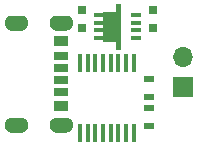
<source format=gts>
G04 #@! TF.GenerationSoftware,KiCad,Pcbnew,(5.1.10)-1*
G04 #@! TF.CreationDate,2021-08-01T16:11:52+09:00*
G04 #@! TF.ProjectId,IP2721_15V,49503237-3231-45f3-9135-562e6b696361,rev?*
G04 #@! TF.SameCoordinates,Original*
G04 #@! TF.FileFunction,Soldermask,Top*
G04 #@! TF.FilePolarity,Negative*
%FSLAX46Y46*%
G04 Gerber Fmt 4.6, Leading zero omitted, Abs format (unit mm)*
G04 Created by KiCad (PCBNEW (5.1.10)-1) date 2021-08-01 16:11:52*
%MOMM*%
%LPD*%
G01*
G04 APERTURE LIST*
%ADD10C,0.010000*%
%ADD11C,0.100000*%
%ADD12R,0.750000X0.800000*%
%ADD13R,1.150000X0.700000*%
%ADD14R,1.150000X0.800000*%
%ADD15R,1.150000X0.900000*%
%ADD16O,1.700000X1.700000*%
%ADD17R,1.700000X1.700000*%
%ADD18R,0.900000X0.500000*%
%ADD19R,0.863600X0.304800*%
%ADD20R,0.450000X1.500000*%
G04 APERTURE END LIST*
D10*
G36*
X137900000Y-75680000D02*
G01*
X137890000Y-75680000D01*
X137890000Y-76280000D01*
X137550000Y-76280000D01*
X137518598Y-76279178D01*
X137487283Y-76276713D01*
X137456139Y-76272613D01*
X137425253Y-76266889D01*
X137394709Y-76259555D01*
X137364590Y-76250634D01*
X137334979Y-76240148D01*
X137305958Y-76228127D01*
X137277606Y-76214604D01*
X137250000Y-76199615D01*
X137223217Y-76183202D01*
X137197329Y-76165410D01*
X137172408Y-76146288D01*
X137148522Y-76125887D01*
X137125736Y-76104264D01*
X137104113Y-76081478D01*
X137083712Y-76057592D01*
X137064590Y-76032671D01*
X137046798Y-76006783D01*
X137030385Y-75980000D01*
X137015396Y-75952394D01*
X137001873Y-75924042D01*
X136989852Y-75895021D01*
X136979366Y-75865410D01*
X136970445Y-75835291D01*
X136963111Y-75804747D01*
X136957387Y-75773861D01*
X136953287Y-75742717D01*
X136950822Y-75711402D01*
X136950000Y-75680000D01*
X136950822Y-75648598D01*
X136953287Y-75617283D01*
X136957387Y-75586139D01*
X136963111Y-75555253D01*
X136970445Y-75524709D01*
X136979366Y-75494590D01*
X136989852Y-75464979D01*
X137001873Y-75435958D01*
X137015396Y-75407606D01*
X137030385Y-75380000D01*
X137046798Y-75353217D01*
X137064590Y-75327329D01*
X137083712Y-75302408D01*
X137104113Y-75278522D01*
X137125736Y-75255736D01*
X137148522Y-75234113D01*
X137172408Y-75213712D01*
X137197329Y-75194590D01*
X137223217Y-75176798D01*
X137250000Y-75160385D01*
X137277606Y-75145396D01*
X137305958Y-75131873D01*
X137334979Y-75119852D01*
X137364590Y-75109366D01*
X137394709Y-75100445D01*
X137425253Y-75093111D01*
X137456139Y-75087387D01*
X137487283Y-75083287D01*
X137518598Y-75080822D01*
X137550000Y-75080000D01*
X138250000Y-75080000D01*
X138281402Y-75080822D01*
X138312717Y-75083287D01*
X138343861Y-75087387D01*
X138374747Y-75093111D01*
X138405291Y-75100445D01*
X138435410Y-75109366D01*
X138465021Y-75119852D01*
X138494042Y-75131873D01*
X138522394Y-75145396D01*
X138550000Y-75160385D01*
X138576783Y-75176798D01*
X138602671Y-75194590D01*
X138627592Y-75213712D01*
X138651478Y-75234113D01*
X138674264Y-75255736D01*
X138695887Y-75278522D01*
X138716288Y-75302408D01*
X138735410Y-75327329D01*
X138753202Y-75353217D01*
X138769615Y-75380000D01*
X138784604Y-75407606D01*
X138798127Y-75435958D01*
X138810148Y-75464979D01*
X138820634Y-75494590D01*
X138829555Y-75524709D01*
X138836889Y-75555253D01*
X138842613Y-75586139D01*
X138846713Y-75617283D01*
X138849178Y-75648598D01*
X138850000Y-75680000D01*
X138849178Y-75711402D01*
X138846713Y-75742717D01*
X138842613Y-75773861D01*
X138836889Y-75804747D01*
X138829555Y-75835291D01*
X138820634Y-75865410D01*
X138810148Y-75895021D01*
X138798127Y-75924042D01*
X138784604Y-75952394D01*
X138769615Y-75980000D01*
X138753202Y-76006783D01*
X138735410Y-76032671D01*
X138716288Y-76057592D01*
X138695887Y-76081478D01*
X138674264Y-76104264D01*
X138651478Y-76125887D01*
X138627592Y-76146288D01*
X138602671Y-76165410D01*
X138576783Y-76183202D01*
X138550000Y-76199615D01*
X138522394Y-76214604D01*
X138494042Y-76228127D01*
X138465021Y-76240148D01*
X138435410Y-76250634D01*
X138405291Y-76259555D01*
X138374747Y-76266889D01*
X138343861Y-76272613D01*
X138312717Y-76276713D01*
X138281402Y-76279178D01*
X138250000Y-76280000D01*
X137900000Y-76280000D01*
X137900000Y-75680000D01*
G37*
X137900000Y-75680000D02*
X137890000Y-75680000D01*
X137890000Y-76280000D01*
X137550000Y-76280000D01*
X137518598Y-76279178D01*
X137487283Y-76276713D01*
X137456139Y-76272613D01*
X137425253Y-76266889D01*
X137394709Y-76259555D01*
X137364590Y-76250634D01*
X137334979Y-76240148D01*
X137305958Y-76228127D01*
X137277606Y-76214604D01*
X137250000Y-76199615D01*
X137223217Y-76183202D01*
X137197329Y-76165410D01*
X137172408Y-76146288D01*
X137148522Y-76125887D01*
X137125736Y-76104264D01*
X137104113Y-76081478D01*
X137083712Y-76057592D01*
X137064590Y-76032671D01*
X137046798Y-76006783D01*
X137030385Y-75980000D01*
X137015396Y-75952394D01*
X137001873Y-75924042D01*
X136989852Y-75895021D01*
X136979366Y-75865410D01*
X136970445Y-75835291D01*
X136963111Y-75804747D01*
X136957387Y-75773861D01*
X136953287Y-75742717D01*
X136950822Y-75711402D01*
X136950000Y-75680000D01*
X136950822Y-75648598D01*
X136953287Y-75617283D01*
X136957387Y-75586139D01*
X136963111Y-75555253D01*
X136970445Y-75524709D01*
X136979366Y-75494590D01*
X136989852Y-75464979D01*
X137001873Y-75435958D01*
X137015396Y-75407606D01*
X137030385Y-75380000D01*
X137046798Y-75353217D01*
X137064590Y-75327329D01*
X137083712Y-75302408D01*
X137104113Y-75278522D01*
X137125736Y-75255736D01*
X137148522Y-75234113D01*
X137172408Y-75213712D01*
X137197329Y-75194590D01*
X137223217Y-75176798D01*
X137250000Y-75160385D01*
X137277606Y-75145396D01*
X137305958Y-75131873D01*
X137334979Y-75119852D01*
X137364590Y-75109366D01*
X137394709Y-75100445D01*
X137425253Y-75093111D01*
X137456139Y-75087387D01*
X137487283Y-75083287D01*
X137518598Y-75080822D01*
X137550000Y-75080000D01*
X138250000Y-75080000D01*
X138281402Y-75080822D01*
X138312717Y-75083287D01*
X138343861Y-75087387D01*
X138374747Y-75093111D01*
X138405291Y-75100445D01*
X138435410Y-75109366D01*
X138465021Y-75119852D01*
X138494042Y-75131873D01*
X138522394Y-75145396D01*
X138550000Y-75160385D01*
X138576783Y-75176798D01*
X138602671Y-75194590D01*
X138627592Y-75213712D01*
X138651478Y-75234113D01*
X138674264Y-75255736D01*
X138695887Y-75278522D01*
X138716288Y-75302408D01*
X138735410Y-75327329D01*
X138753202Y-75353217D01*
X138769615Y-75380000D01*
X138784604Y-75407606D01*
X138798127Y-75435958D01*
X138810148Y-75464979D01*
X138820634Y-75494590D01*
X138829555Y-75524709D01*
X138836889Y-75555253D01*
X138842613Y-75586139D01*
X138846713Y-75617283D01*
X138849178Y-75648598D01*
X138850000Y-75680000D01*
X138849178Y-75711402D01*
X138846713Y-75742717D01*
X138842613Y-75773861D01*
X138836889Y-75804747D01*
X138829555Y-75835291D01*
X138820634Y-75865410D01*
X138810148Y-75895021D01*
X138798127Y-75924042D01*
X138784604Y-75952394D01*
X138769615Y-75980000D01*
X138753202Y-76006783D01*
X138735410Y-76032671D01*
X138716288Y-76057592D01*
X138695887Y-76081478D01*
X138674264Y-76104264D01*
X138651478Y-76125887D01*
X138627592Y-76146288D01*
X138602671Y-76165410D01*
X138576783Y-76183202D01*
X138550000Y-76199615D01*
X138522394Y-76214604D01*
X138494042Y-76228127D01*
X138465021Y-76240148D01*
X138435410Y-76250634D01*
X138405291Y-76259555D01*
X138374747Y-76266889D01*
X138343861Y-76272613D01*
X138312717Y-76276713D01*
X138281402Y-76279178D01*
X138250000Y-76280000D01*
X137900000Y-76280000D01*
X137900000Y-75680000D01*
G36*
X137900000Y-84320000D02*
G01*
X137890000Y-84320000D01*
X137890000Y-84920000D01*
X137550000Y-84920000D01*
X137518598Y-84919178D01*
X137487283Y-84916713D01*
X137456139Y-84912613D01*
X137425253Y-84906889D01*
X137394709Y-84899555D01*
X137364590Y-84890634D01*
X137334979Y-84880148D01*
X137305958Y-84868127D01*
X137277606Y-84854604D01*
X137250000Y-84839615D01*
X137223217Y-84823202D01*
X137197329Y-84805410D01*
X137172408Y-84786288D01*
X137148522Y-84765887D01*
X137125736Y-84744264D01*
X137104113Y-84721478D01*
X137083712Y-84697592D01*
X137064590Y-84672671D01*
X137046798Y-84646783D01*
X137030385Y-84620000D01*
X137015396Y-84592394D01*
X137001873Y-84564042D01*
X136989852Y-84535021D01*
X136979366Y-84505410D01*
X136970445Y-84475291D01*
X136963111Y-84444747D01*
X136957387Y-84413861D01*
X136953287Y-84382717D01*
X136950822Y-84351402D01*
X136950000Y-84320000D01*
X136950822Y-84288598D01*
X136953287Y-84257283D01*
X136957387Y-84226139D01*
X136963111Y-84195253D01*
X136970445Y-84164709D01*
X136979366Y-84134590D01*
X136989852Y-84104979D01*
X137001873Y-84075958D01*
X137015396Y-84047606D01*
X137030385Y-84020000D01*
X137046798Y-83993217D01*
X137064590Y-83967329D01*
X137083712Y-83942408D01*
X137104113Y-83918522D01*
X137125736Y-83895736D01*
X137148522Y-83874113D01*
X137172408Y-83853712D01*
X137197329Y-83834590D01*
X137223217Y-83816798D01*
X137250000Y-83800385D01*
X137277606Y-83785396D01*
X137305958Y-83771873D01*
X137334979Y-83759852D01*
X137364590Y-83749366D01*
X137394709Y-83740445D01*
X137425253Y-83733111D01*
X137456139Y-83727387D01*
X137487283Y-83723287D01*
X137518598Y-83720822D01*
X137550000Y-83720000D01*
X138250000Y-83720000D01*
X138281402Y-83720822D01*
X138312717Y-83723287D01*
X138343861Y-83727387D01*
X138374747Y-83733111D01*
X138405291Y-83740445D01*
X138435410Y-83749366D01*
X138465021Y-83759852D01*
X138494042Y-83771873D01*
X138522394Y-83785396D01*
X138550000Y-83800385D01*
X138576783Y-83816798D01*
X138602671Y-83834590D01*
X138627592Y-83853712D01*
X138651478Y-83874113D01*
X138674264Y-83895736D01*
X138695887Y-83918522D01*
X138716288Y-83942408D01*
X138735410Y-83967329D01*
X138753202Y-83993217D01*
X138769615Y-84020000D01*
X138784604Y-84047606D01*
X138798127Y-84075958D01*
X138810148Y-84104979D01*
X138820634Y-84134590D01*
X138829555Y-84164709D01*
X138836889Y-84195253D01*
X138842613Y-84226139D01*
X138846713Y-84257283D01*
X138849178Y-84288598D01*
X138850000Y-84320000D01*
X138849178Y-84351402D01*
X138846713Y-84382717D01*
X138842613Y-84413861D01*
X138836889Y-84444747D01*
X138829555Y-84475291D01*
X138820634Y-84505410D01*
X138810148Y-84535021D01*
X138798127Y-84564042D01*
X138784604Y-84592394D01*
X138769615Y-84620000D01*
X138753202Y-84646783D01*
X138735410Y-84672671D01*
X138716288Y-84697592D01*
X138695887Y-84721478D01*
X138674264Y-84744264D01*
X138651478Y-84765887D01*
X138627592Y-84786288D01*
X138602671Y-84805410D01*
X138576783Y-84823202D01*
X138550000Y-84839615D01*
X138522394Y-84854604D01*
X138494042Y-84868127D01*
X138465021Y-84880148D01*
X138435410Y-84890634D01*
X138405291Y-84899555D01*
X138374747Y-84906889D01*
X138343861Y-84912613D01*
X138312717Y-84916713D01*
X138281402Y-84919178D01*
X138250000Y-84920000D01*
X137900000Y-84920000D01*
X137900000Y-84320000D01*
G37*
X137900000Y-84320000D02*
X137890000Y-84320000D01*
X137890000Y-84920000D01*
X137550000Y-84920000D01*
X137518598Y-84919178D01*
X137487283Y-84916713D01*
X137456139Y-84912613D01*
X137425253Y-84906889D01*
X137394709Y-84899555D01*
X137364590Y-84890634D01*
X137334979Y-84880148D01*
X137305958Y-84868127D01*
X137277606Y-84854604D01*
X137250000Y-84839615D01*
X137223217Y-84823202D01*
X137197329Y-84805410D01*
X137172408Y-84786288D01*
X137148522Y-84765887D01*
X137125736Y-84744264D01*
X137104113Y-84721478D01*
X137083712Y-84697592D01*
X137064590Y-84672671D01*
X137046798Y-84646783D01*
X137030385Y-84620000D01*
X137015396Y-84592394D01*
X137001873Y-84564042D01*
X136989852Y-84535021D01*
X136979366Y-84505410D01*
X136970445Y-84475291D01*
X136963111Y-84444747D01*
X136957387Y-84413861D01*
X136953287Y-84382717D01*
X136950822Y-84351402D01*
X136950000Y-84320000D01*
X136950822Y-84288598D01*
X136953287Y-84257283D01*
X136957387Y-84226139D01*
X136963111Y-84195253D01*
X136970445Y-84164709D01*
X136979366Y-84134590D01*
X136989852Y-84104979D01*
X137001873Y-84075958D01*
X137015396Y-84047606D01*
X137030385Y-84020000D01*
X137046798Y-83993217D01*
X137064590Y-83967329D01*
X137083712Y-83942408D01*
X137104113Y-83918522D01*
X137125736Y-83895736D01*
X137148522Y-83874113D01*
X137172408Y-83853712D01*
X137197329Y-83834590D01*
X137223217Y-83816798D01*
X137250000Y-83800385D01*
X137277606Y-83785396D01*
X137305958Y-83771873D01*
X137334979Y-83759852D01*
X137364590Y-83749366D01*
X137394709Y-83740445D01*
X137425253Y-83733111D01*
X137456139Y-83727387D01*
X137487283Y-83723287D01*
X137518598Y-83720822D01*
X137550000Y-83720000D01*
X138250000Y-83720000D01*
X138281402Y-83720822D01*
X138312717Y-83723287D01*
X138343861Y-83727387D01*
X138374747Y-83733111D01*
X138405291Y-83740445D01*
X138435410Y-83749366D01*
X138465021Y-83759852D01*
X138494042Y-83771873D01*
X138522394Y-83785396D01*
X138550000Y-83800385D01*
X138576783Y-83816798D01*
X138602671Y-83834590D01*
X138627592Y-83853712D01*
X138651478Y-83874113D01*
X138674264Y-83895736D01*
X138695887Y-83918522D01*
X138716288Y-83942408D01*
X138735410Y-83967329D01*
X138753202Y-83993217D01*
X138769615Y-84020000D01*
X138784604Y-84047606D01*
X138798127Y-84075958D01*
X138810148Y-84104979D01*
X138820634Y-84134590D01*
X138829555Y-84164709D01*
X138836889Y-84195253D01*
X138842613Y-84226139D01*
X138846713Y-84257283D01*
X138849178Y-84288598D01*
X138850000Y-84320000D01*
X138849178Y-84351402D01*
X138846713Y-84382717D01*
X138842613Y-84413861D01*
X138836889Y-84444747D01*
X138829555Y-84475291D01*
X138820634Y-84505410D01*
X138810148Y-84535021D01*
X138798127Y-84564042D01*
X138784604Y-84592394D01*
X138769615Y-84620000D01*
X138753202Y-84646783D01*
X138735410Y-84672671D01*
X138716288Y-84697592D01*
X138695887Y-84721478D01*
X138674264Y-84744264D01*
X138651478Y-84765887D01*
X138627592Y-84786288D01*
X138602671Y-84805410D01*
X138576783Y-84823202D01*
X138550000Y-84839615D01*
X138522394Y-84854604D01*
X138494042Y-84868127D01*
X138465021Y-84880148D01*
X138435410Y-84890634D01*
X138405291Y-84899555D01*
X138374747Y-84906889D01*
X138343861Y-84912613D01*
X138312717Y-84916713D01*
X138281402Y-84919178D01*
X138250000Y-84920000D01*
X137900000Y-84920000D01*
X137900000Y-84320000D01*
G36*
X134100000Y-75680000D02*
G01*
X134090000Y-75680000D01*
X134090000Y-76280000D01*
X133750000Y-76280000D01*
X133718598Y-76279178D01*
X133687283Y-76276713D01*
X133656139Y-76272613D01*
X133625253Y-76266889D01*
X133594709Y-76259555D01*
X133564590Y-76250634D01*
X133534979Y-76240148D01*
X133505958Y-76228127D01*
X133477606Y-76214604D01*
X133450000Y-76199615D01*
X133423217Y-76183202D01*
X133397329Y-76165410D01*
X133372408Y-76146288D01*
X133348522Y-76125887D01*
X133325736Y-76104264D01*
X133304113Y-76081478D01*
X133283712Y-76057592D01*
X133264590Y-76032671D01*
X133246798Y-76006783D01*
X133230385Y-75980000D01*
X133215396Y-75952394D01*
X133201873Y-75924042D01*
X133189852Y-75895021D01*
X133179366Y-75865410D01*
X133170445Y-75835291D01*
X133163111Y-75804747D01*
X133157387Y-75773861D01*
X133153287Y-75742717D01*
X133150822Y-75711402D01*
X133150000Y-75680000D01*
X133150822Y-75648598D01*
X133153287Y-75617283D01*
X133157387Y-75586139D01*
X133163111Y-75555253D01*
X133170445Y-75524709D01*
X133179366Y-75494590D01*
X133189852Y-75464979D01*
X133201873Y-75435958D01*
X133215396Y-75407606D01*
X133230385Y-75380000D01*
X133246798Y-75353217D01*
X133264590Y-75327329D01*
X133283712Y-75302408D01*
X133304113Y-75278522D01*
X133325736Y-75255736D01*
X133348522Y-75234113D01*
X133372408Y-75213712D01*
X133397329Y-75194590D01*
X133423217Y-75176798D01*
X133450000Y-75160385D01*
X133477606Y-75145396D01*
X133505958Y-75131873D01*
X133534979Y-75119852D01*
X133564590Y-75109366D01*
X133594709Y-75100445D01*
X133625253Y-75093111D01*
X133656139Y-75087387D01*
X133687283Y-75083287D01*
X133718598Y-75080822D01*
X133750000Y-75080000D01*
X134450000Y-75080000D01*
X134481402Y-75080822D01*
X134512717Y-75083287D01*
X134543861Y-75087387D01*
X134574747Y-75093111D01*
X134605291Y-75100445D01*
X134635410Y-75109366D01*
X134665021Y-75119852D01*
X134694042Y-75131873D01*
X134722394Y-75145396D01*
X134750000Y-75160385D01*
X134776783Y-75176798D01*
X134802671Y-75194590D01*
X134827592Y-75213712D01*
X134851478Y-75234113D01*
X134874264Y-75255736D01*
X134895887Y-75278522D01*
X134916288Y-75302408D01*
X134935410Y-75327329D01*
X134953202Y-75353217D01*
X134969615Y-75380000D01*
X134984604Y-75407606D01*
X134998127Y-75435958D01*
X135010148Y-75464979D01*
X135020634Y-75494590D01*
X135029555Y-75524709D01*
X135036889Y-75555253D01*
X135042613Y-75586139D01*
X135046713Y-75617283D01*
X135049178Y-75648598D01*
X135050000Y-75680000D01*
X135049178Y-75711402D01*
X135046713Y-75742717D01*
X135042613Y-75773861D01*
X135036889Y-75804747D01*
X135029555Y-75835291D01*
X135020634Y-75865410D01*
X135010148Y-75895021D01*
X134998127Y-75924042D01*
X134984604Y-75952394D01*
X134969615Y-75980000D01*
X134953202Y-76006783D01*
X134935410Y-76032671D01*
X134916288Y-76057592D01*
X134895887Y-76081478D01*
X134874264Y-76104264D01*
X134851478Y-76125887D01*
X134827592Y-76146288D01*
X134802671Y-76165410D01*
X134776783Y-76183202D01*
X134750000Y-76199615D01*
X134722394Y-76214604D01*
X134694042Y-76228127D01*
X134665021Y-76240148D01*
X134635410Y-76250634D01*
X134605291Y-76259555D01*
X134574747Y-76266889D01*
X134543861Y-76272613D01*
X134512717Y-76276713D01*
X134481402Y-76279178D01*
X134450000Y-76280000D01*
X134100000Y-76280000D01*
X134100000Y-75680000D01*
G37*
X134100000Y-75680000D02*
X134090000Y-75680000D01*
X134090000Y-76280000D01*
X133750000Y-76280000D01*
X133718598Y-76279178D01*
X133687283Y-76276713D01*
X133656139Y-76272613D01*
X133625253Y-76266889D01*
X133594709Y-76259555D01*
X133564590Y-76250634D01*
X133534979Y-76240148D01*
X133505958Y-76228127D01*
X133477606Y-76214604D01*
X133450000Y-76199615D01*
X133423217Y-76183202D01*
X133397329Y-76165410D01*
X133372408Y-76146288D01*
X133348522Y-76125887D01*
X133325736Y-76104264D01*
X133304113Y-76081478D01*
X133283712Y-76057592D01*
X133264590Y-76032671D01*
X133246798Y-76006783D01*
X133230385Y-75980000D01*
X133215396Y-75952394D01*
X133201873Y-75924042D01*
X133189852Y-75895021D01*
X133179366Y-75865410D01*
X133170445Y-75835291D01*
X133163111Y-75804747D01*
X133157387Y-75773861D01*
X133153287Y-75742717D01*
X133150822Y-75711402D01*
X133150000Y-75680000D01*
X133150822Y-75648598D01*
X133153287Y-75617283D01*
X133157387Y-75586139D01*
X133163111Y-75555253D01*
X133170445Y-75524709D01*
X133179366Y-75494590D01*
X133189852Y-75464979D01*
X133201873Y-75435958D01*
X133215396Y-75407606D01*
X133230385Y-75380000D01*
X133246798Y-75353217D01*
X133264590Y-75327329D01*
X133283712Y-75302408D01*
X133304113Y-75278522D01*
X133325736Y-75255736D01*
X133348522Y-75234113D01*
X133372408Y-75213712D01*
X133397329Y-75194590D01*
X133423217Y-75176798D01*
X133450000Y-75160385D01*
X133477606Y-75145396D01*
X133505958Y-75131873D01*
X133534979Y-75119852D01*
X133564590Y-75109366D01*
X133594709Y-75100445D01*
X133625253Y-75093111D01*
X133656139Y-75087387D01*
X133687283Y-75083287D01*
X133718598Y-75080822D01*
X133750000Y-75080000D01*
X134450000Y-75080000D01*
X134481402Y-75080822D01*
X134512717Y-75083287D01*
X134543861Y-75087387D01*
X134574747Y-75093111D01*
X134605291Y-75100445D01*
X134635410Y-75109366D01*
X134665021Y-75119852D01*
X134694042Y-75131873D01*
X134722394Y-75145396D01*
X134750000Y-75160385D01*
X134776783Y-75176798D01*
X134802671Y-75194590D01*
X134827592Y-75213712D01*
X134851478Y-75234113D01*
X134874264Y-75255736D01*
X134895887Y-75278522D01*
X134916288Y-75302408D01*
X134935410Y-75327329D01*
X134953202Y-75353217D01*
X134969615Y-75380000D01*
X134984604Y-75407606D01*
X134998127Y-75435958D01*
X135010148Y-75464979D01*
X135020634Y-75494590D01*
X135029555Y-75524709D01*
X135036889Y-75555253D01*
X135042613Y-75586139D01*
X135046713Y-75617283D01*
X135049178Y-75648598D01*
X135050000Y-75680000D01*
X135049178Y-75711402D01*
X135046713Y-75742717D01*
X135042613Y-75773861D01*
X135036889Y-75804747D01*
X135029555Y-75835291D01*
X135020634Y-75865410D01*
X135010148Y-75895021D01*
X134998127Y-75924042D01*
X134984604Y-75952394D01*
X134969615Y-75980000D01*
X134953202Y-76006783D01*
X134935410Y-76032671D01*
X134916288Y-76057592D01*
X134895887Y-76081478D01*
X134874264Y-76104264D01*
X134851478Y-76125887D01*
X134827592Y-76146288D01*
X134802671Y-76165410D01*
X134776783Y-76183202D01*
X134750000Y-76199615D01*
X134722394Y-76214604D01*
X134694042Y-76228127D01*
X134665021Y-76240148D01*
X134635410Y-76250634D01*
X134605291Y-76259555D01*
X134574747Y-76266889D01*
X134543861Y-76272613D01*
X134512717Y-76276713D01*
X134481402Y-76279178D01*
X134450000Y-76280000D01*
X134100000Y-76280000D01*
X134100000Y-75680000D01*
G36*
X134100000Y-84320000D02*
G01*
X134090000Y-84320000D01*
X134090000Y-84920000D01*
X133750000Y-84920000D01*
X133718598Y-84919178D01*
X133687283Y-84916713D01*
X133656139Y-84912613D01*
X133625253Y-84906889D01*
X133594709Y-84899555D01*
X133564590Y-84890634D01*
X133534979Y-84880148D01*
X133505958Y-84868127D01*
X133477606Y-84854604D01*
X133450000Y-84839615D01*
X133423217Y-84823202D01*
X133397329Y-84805410D01*
X133372408Y-84786288D01*
X133348522Y-84765887D01*
X133325736Y-84744264D01*
X133304113Y-84721478D01*
X133283712Y-84697592D01*
X133264590Y-84672671D01*
X133246798Y-84646783D01*
X133230385Y-84620000D01*
X133215396Y-84592394D01*
X133201873Y-84564042D01*
X133189852Y-84535021D01*
X133179366Y-84505410D01*
X133170445Y-84475291D01*
X133163111Y-84444747D01*
X133157387Y-84413861D01*
X133153287Y-84382717D01*
X133150822Y-84351402D01*
X133150000Y-84320000D01*
X133150822Y-84288598D01*
X133153287Y-84257283D01*
X133157387Y-84226139D01*
X133163111Y-84195253D01*
X133170445Y-84164709D01*
X133179366Y-84134590D01*
X133189852Y-84104979D01*
X133201873Y-84075958D01*
X133215396Y-84047606D01*
X133230385Y-84020000D01*
X133246798Y-83993217D01*
X133264590Y-83967329D01*
X133283712Y-83942408D01*
X133304113Y-83918522D01*
X133325736Y-83895736D01*
X133348522Y-83874113D01*
X133372408Y-83853712D01*
X133397329Y-83834590D01*
X133423217Y-83816798D01*
X133450000Y-83800385D01*
X133477606Y-83785396D01*
X133505958Y-83771873D01*
X133534979Y-83759852D01*
X133564590Y-83749366D01*
X133594709Y-83740445D01*
X133625253Y-83733111D01*
X133656139Y-83727387D01*
X133687283Y-83723287D01*
X133718598Y-83720822D01*
X133750000Y-83720000D01*
X134450000Y-83720000D01*
X134481402Y-83720822D01*
X134512717Y-83723287D01*
X134543861Y-83727387D01*
X134574747Y-83733111D01*
X134605291Y-83740445D01*
X134635410Y-83749366D01*
X134665021Y-83759852D01*
X134694042Y-83771873D01*
X134722394Y-83785396D01*
X134750000Y-83800385D01*
X134776783Y-83816798D01*
X134802671Y-83834590D01*
X134827592Y-83853712D01*
X134851478Y-83874113D01*
X134874264Y-83895736D01*
X134895887Y-83918522D01*
X134916288Y-83942408D01*
X134935410Y-83967329D01*
X134953202Y-83993217D01*
X134969615Y-84020000D01*
X134984604Y-84047606D01*
X134998127Y-84075958D01*
X135010148Y-84104979D01*
X135020634Y-84134590D01*
X135029555Y-84164709D01*
X135036889Y-84195253D01*
X135042613Y-84226139D01*
X135046713Y-84257283D01*
X135049178Y-84288598D01*
X135050000Y-84320000D01*
X135049178Y-84351402D01*
X135046713Y-84382717D01*
X135042613Y-84413861D01*
X135036889Y-84444747D01*
X135029555Y-84475291D01*
X135020634Y-84505410D01*
X135010148Y-84535021D01*
X134998127Y-84564042D01*
X134984604Y-84592394D01*
X134969615Y-84620000D01*
X134953202Y-84646783D01*
X134935410Y-84672671D01*
X134916288Y-84697592D01*
X134895887Y-84721478D01*
X134874264Y-84744264D01*
X134851478Y-84765887D01*
X134827592Y-84786288D01*
X134802671Y-84805410D01*
X134776783Y-84823202D01*
X134750000Y-84839615D01*
X134722394Y-84854604D01*
X134694042Y-84868127D01*
X134665021Y-84880148D01*
X134635410Y-84890634D01*
X134605291Y-84899555D01*
X134574747Y-84906889D01*
X134543861Y-84912613D01*
X134512717Y-84916713D01*
X134481402Y-84919178D01*
X134450000Y-84920000D01*
X134100000Y-84920000D01*
X134100000Y-84320000D01*
G37*
X134100000Y-84320000D02*
X134090000Y-84320000D01*
X134090000Y-84920000D01*
X133750000Y-84920000D01*
X133718598Y-84919178D01*
X133687283Y-84916713D01*
X133656139Y-84912613D01*
X133625253Y-84906889D01*
X133594709Y-84899555D01*
X133564590Y-84890634D01*
X133534979Y-84880148D01*
X133505958Y-84868127D01*
X133477606Y-84854604D01*
X133450000Y-84839615D01*
X133423217Y-84823202D01*
X133397329Y-84805410D01*
X133372408Y-84786288D01*
X133348522Y-84765887D01*
X133325736Y-84744264D01*
X133304113Y-84721478D01*
X133283712Y-84697592D01*
X133264590Y-84672671D01*
X133246798Y-84646783D01*
X133230385Y-84620000D01*
X133215396Y-84592394D01*
X133201873Y-84564042D01*
X133189852Y-84535021D01*
X133179366Y-84505410D01*
X133170445Y-84475291D01*
X133163111Y-84444747D01*
X133157387Y-84413861D01*
X133153287Y-84382717D01*
X133150822Y-84351402D01*
X133150000Y-84320000D01*
X133150822Y-84288598D01*
X133153287Y-84257283D01*
X133157387Y-84226139D01*
X133163111Y-84195253D01*
X133170445Y-84164709D01*
X133179366Y-84134590D01*
X133189852Y-84104979D01*
X133201873Y-84075958D01*
X133215396Y-84047606D01*
X133230385Y-84020000D01*
X133246798Y-83993217D01*
X133264590Y-83967329D01*
X133283712Y-83942408D01*
X133304113Y-83918522D01*
X133325736Y-83895736D01*
X133348522Y-83874113D01*
X133372408Y-83853712D01*
X133397329Y-83834590D01*
X133423217Y-83816798D01*
X133450000Y-83800385D01*
X133477606Y-83785396D01*
X133505958Y-83771873D01*
X133534979Y-83759852D01*
X133564590Y-83749366D01*
X133594709Y-83740445D01*
X133625253Y-83733111D01*
X133656139Y-83727387D01*
X133687283Y-83723287D01*
X133718598Y-83720822D01*
X133750000Y-83720000D01*
X134450000Y-83720000D01*
X134481402Y-83720822D01*
X134512717Y-83723287D01*
X134543861Y-83727387D01*
X134574747Y-83733111D01*
X134605291Y-83740445D01*
X134635410Y-83749366D01*
X134665021Y-83759852D01*
X134694042Y-83771873D01*
X134722394Y-83785396D01*
X134750000Y-83800385D01*
X134776783Y-83816798D01*
X134802671Y-83834590D01*
X134827592Y-83853712D01*
X134851478Y-83874113D01*
X134874264Y-83895736D01*
X134895887Y-83918522D01*
X134916288Y-83942408D01*
X134935410Y-83967329D01*
X134953202Y-83993217D01*
X134969615Y-84020000D01*
X134984604Y-84047606D01*
X134998127Y-84075958D01*
X135010148Y-84104979D01*
X135020634Y-84134590D01*
X135029555Y-84164709D01*
X135036889Y-84195253D01*
X135042613Y-84226139D01*
X135046713Y-84257283D01*
X135049178Y-84288598D01*
X135050000Y-84320000D01*
X135049178Y-84351402D01*
X135046713Y-84382717D01*
X135042613Y-84413861D01*
X135036889Y-84444747D01*
X135029555Y-84475291D01*
X135020634Y-84505410D01*
X135010148Y-84535021D01*
X134998127Y-84564042D01*
X134984604Y-84592394D01*
X134969615Y-84620000D01*
X134953202Y-84646783D01*
X134935410Y-84672671D01*
X134916288Y-84697592D01*
X134895887Y-84721478D01*
X134874264Y-84744264D01*
X134851478Y-84765887D01*
X134827592Y-84786288D01*
X134802671Y-84805410D01*
X134776783Y-84823202D01*
X134750000Y-84839615D01*
X134722394Y-84854604D01*
X134694042Y-84868127D01*
X134665021Y-84880148D01*
X134635410Y-84890634D01*
X134605291Y-84899555D01*
X134574747Y-84906889D01*
X134543861Y-84912613D01*
X134512717Y-84916713D01*
X134481402Y-84919178D01*
X134450000Y-84920000D01*
X134100000Y-84920000D01*
X134100000Y-84320000D01*
D11*
G36*
X142600000Y-77200000D02*
G01*
X141500000Y-77200000D01*
X141500000Y-74800000D01*
X142600000Y-74800000D01*
X142600000Y-74100000D01*
X142900000Y-74100000D01*
X142900000Y-77900000D01*
X142600000Y-77900000D01*
X142600000Y-77200000D01*
G37*
X142600000Y-77200000D02*
X141500000Y-77200000D01*
X141500000Y-74800000D01*
X142600000Y-74800000D01*
X142600000Y-74100000D01*
X142900000Y-74100000D01*
X142900000Y-77900000D01*
X142600000Y-77900000D01*
X142600000Y-77200000D01*
D12*
X139700000Y-74650000D03*
X139700000Y-76150000D03*
X145700000Y-76150000D03*
X145700000Y-74650000D03*
D13*
X137900000Y-80500000D03*
X137900000Y-79500000D03*
D14*
X137900000Y-78480000D03*
X137900000Y-81520000D03*
D15*
X137900000Y-77250000D03*
X137900000Y-82750000D03*
D16*
X148200000Y-78560000D03*
D17*
X148200000Y-81100000D03*
D18*
X145400000Y-84450000D03*
X145400000Y-82950000D03*
X145400000Y-80450000D03*
X145400000Y-81950000D03*
D19*
X141125200Y-76974999D03*
X141125200Y-76325001D03*
X141125200Y-75674999D03*
X141125200Y-75025001D03*
X144274800Y-75025001D03*
X144274800Y-75674999D03*
X144274800Y-76325001D03*
X144274800Y-76974999D03*
D20*
X144075000Y-85000000D03*
X143425000Y-85000000D03*
X142775000Y-85000000D03*
X142125000Y-85000000D03*
X141475000Y-85000000D03*
X140825000Y-85000000D03*
X140175000Y-85000000D03*
X139525000Y-85000000D03*
X139525000Y-79100000D03*
X140175000Y-79100000D03*
X140825000Y-79100000D03*
X141475000Y-79100000D03*
X142125000Y-79100000D03*
X142775000Y-79100000D03*
X143425000Y-79100000D03*
X144075000Y-79100000D03*
M02*

</source>
